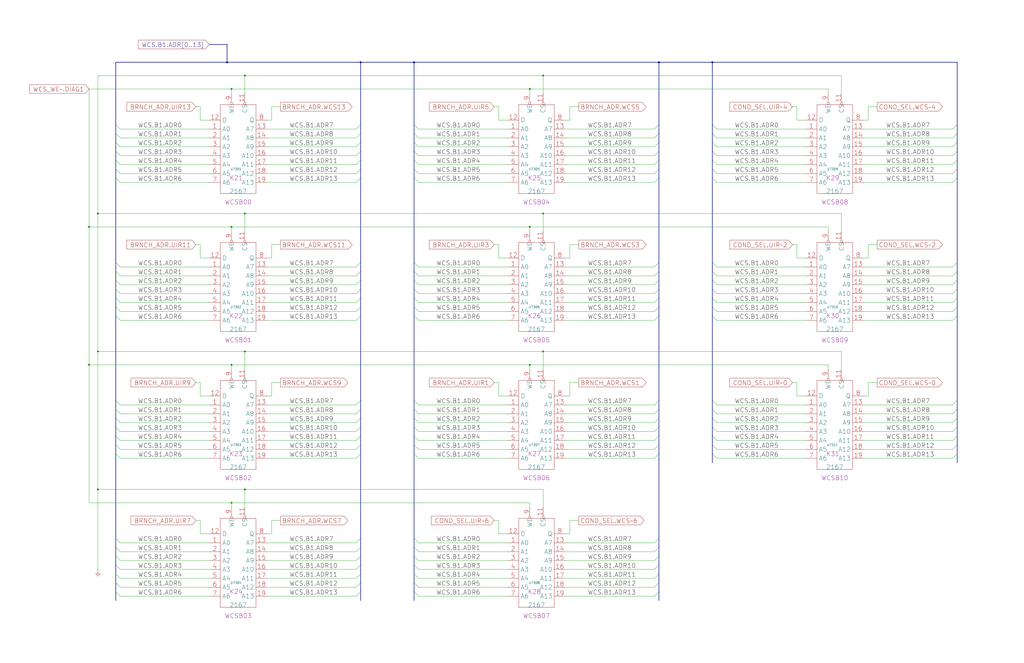
<source format=kicad_sch>
(kicad_sch (version 20250114) (generator "eeschema") (generator_version "9.0")
  (paper "User" 584.2 378.46)
  (title_block (title "WRITABLE CONTROL STORE") (date "22-MAY-90") (rev "1.0") (comment 1 "SEQUENCER") (comment 2 "232-003064") (comment 3 "S400") (comment 4 "RELEASED"))
  (junction (at 302.26 50.8))
  (junction (at 139.7 121.92))
  (junction (at 55.88 279.4))
  (junction (at 139.7 279.4))
  (junction (at 55.88 200.66))
  (junction (at 132.08 208.28))
  (junction (at 236.22 35.56))
  (junction (at 132.08 50.8))
  (junction (at 132.08 129.54))
  (junction (at 50.8 129.54))
  (junction (at 55.88 121.92))
  (junction (at 406.4 35.56))
  (junction (at 375.92 35.56))
  (junction (at 309.88 121.92))
  (junction (at 309.88 43.18))
  (junction (at 205.74 35.56))
  (junction (at 132.08 287.02))
  (junction (at 129.54 35.56))
  (junction (at 302.26 129.54))
  (junction (at 139.7 43.18))
  (junction (at 302.26 208.28))
  (junction (at 139.7 200.66))
  (junction (at 50.8 208.28))
  (junction (at 309.88 200.66))
  (bus_entry (at 406.4 170.18) (size 2.54 2.54))
  (bus_entry (at 236.22 170.18) (size 2.54 2.54))
  (bus_entry (at 236.22 233.68) (size 2.54 2.54))
  (bus_entry (at 406.4 91.44) (size 2.54 2.54))
  (bus_entry (at 406.4 233.68) (size 2.54 2.54))
  (bus_entry (at 66.04 248.92) (size 2.54 2.54))
  (bus_entry (at 66.04 165.1) (size 2.54 2.54))
  (bus_entry (at 406.4 86.36) (size 2.54 2.54))
  (bus_entry (at 546.1 154.94) (size -2.54 2.54))
  (bus_entry (at 236.22 149.86) (size 2.54 2.54))
  (bus_entry (at 205.74 233.68) (size -2.54 2.54))
  (bus_entry (at 205.74 228.6) (size -2.54 2.54))
  (bus_entry (at 406.4 101.6) (size 2.54 2.54))
  (bus_entry (at 546.1 101.6) (size -2.54 2.54))
  (bus_entry (at 205.74 312.42) (size -2.54 2.54))
  (bus_entry (at 375.92 254) (size -2.54 2.54))
  (bus_entry (at 66.04 254) (size 2.54 2.54))
  (bus_entry (at 236.22 180.34) (size 2.54 2.54))
  (bus_entry (at 205.74 238.76) (size -2.54 2.54))
  (bus_entry (at 236.22 254) (size 2.54 2.54))
  (bus_entry (at 236.22 332.74) (size 2.54 2.54))
  (bus_entry (at 406.4 160.02) (size 2.54 2.54))
  (bus_entry (at 66.04 101.6) (size 2.54 2.54))
  (bus_entry (at 546.1 149.86) (size -2.54 2.54))
  (bus_entry (at 406.4 180.34) (size 2.54 2.54))
  (bus_entry (at 375.92 228.6) (size -2.54 2.54))
  (bus_entry (at 66.04 238.76) (size 2.54 2.54))
  (bus_entry (at 66.04 259.08) (size 2.54 2.54))
  (bus_entry (at 546.1 170.18) (size -2.54 2.54))
  (bus_entry (at 66.04 332.74) (size 2.54 2.54))
  (bus_entry (at 375.92 154.94) (size -2.54 2.54))
  (bus_entry (at 236.22 312.42) (size 2.54 2.54))
  (bus_entry (at 546.1 86.36) (size -2.54 2.54))
  (bus_entry (at 546.1 175.26) (size -2.54 2.54))
  (bus_entry (at 375.92 248.92) (size -2.54 2.54))
  (bus_entry (at 66.04 337.82) (size 2.54 2.54))
  (bus_entry (at 375.92 175.26) (size -2.54 2.54))
  (bus_entry (at 375.92 180.34) (size -2.54 2.54))
  (bus_entry (at 375.92 233.68) (size -2.54 2.54))
  (bus_entry (at 546.1 259.08) (size -2.54 2.54))
  (bus_entry (at 205.74 327.66) (size -2.54 2.54))
  (bus_entry (at 236.22 322.58) (size 2.54 2.54))
  (bus_entry (at 546.1 238.76) (size -2.54 2.54))
  (bus_entry (at 205.74 317.5) (size -2.54 2.54))
  (bus_entry (at 406.4 175.26) (size 2.54 2.54))
  (bus_entry (at 205.74 81.28) (size -2.54 2.54))
  (bus_entry (at 406.4 228.6) (size 2.54 2.54))
  (bus_entry (at 66.04 317.5) (size 2.54 2.54))
  (bus_entry (at 66.04 322.58) (size 2.54 2.54))
  (bus_entry (at 546.1 71.12) (size -2.54 2.54))
  (bus_entry (at 205.74 154.94) (size -2.54 2.54))
  (bus_entry (at 236.22 160.02) (size 2.54 2.54))
  (bus_entry (at 236.22 76.2) (size 2.54 2.54))
  (bus_entry (at 406.4 248.92) (size 2.54 2.54))
  (bus_entry (at 375.92 337.82) (size -2.54 2.54))
  (bus_entry (at 66.04 307.34) (size 2.54 2.54))
  (bus_entry (at 375.92 96.52) (size -2.54 2.54))
  (bus_entry (at 205.74 307.34) (size -2.54 2.54))
  (bus_entry (at 66.04 180.34) (size 2.54 2.54))
  (bus_entry (at 375.92 71.12) (size -2.54 2.54))
  (bus_entry (at 375.92 332.74) (size -2.54 2.54))
  (bus_entry (at 236.22 327.66) (size 2.54 2.54))
  (bus_entry (at 205.74 180.34) (size -2.54 2.54))
  (bus_entry (at 375.92 165.1) (size -2.54 2.54))
  (bus_entry (at 236.22 307.34) (size 2.54 2.54))
  (bus_entry (at 66.04 86.36) (size 2.54 2.54))
  (bus_entry (at 205.74 96.52) (size -2.54 2.54))
  (bus_entry (at 236.22 317.5) (size 2.54 2.54))
  (bus_entry (at 205.74 76.2) (size -2.54 2.54))
  (bus_entry (at 546.1 96.52) (size -2.54 2.54))
  (bus_entry (at 375.92 160.02) (size -2.54 2.54))
  (bus_entry (at 66.04 243.84) (size 2.54 2.54))
  (bus_entry (at 236.22 81.28) (size 2.54 2.54))
  (bus_entry (at 546.1 233.68) (size -2.54 2.54))
  (bus_entry (at 406.4 259.08) (size 2.54 2.54))
  (bus_entry (at 375.92 238.76) (size -2.54 2.54))
  (bus_entry (at 236.22 228.6) (size 2.54 2.54))
  (bus_entry (at 66.04 91.44) (size 2.54 2.54))
  (bus_entry (at 66.04 170.18) (size 2.54 2.54))
  (bus_entry (at 406.4 76.2) (size 2.54 2.54))
  (bus_entry (at 236.22 165.1) (size 2.54 2.54))
  (bus_entry (at 205.74 254) (size -2.54 2.54))
  (bus_entry (at 66.04 149.86) (size 2.54 2.54))
  (bus_entry (at 406.4 149.86) (size 2.54 2.54))
  (bus_entry (at 205.74 322.58) (size -2.54 2.54))
  (bus_entry (at 236.22 175.26) (size 2.54 2.54))
  (bus_entry (at 236.22 91.44) (size 2.54 2.54))
  (bus_entry (at 546.1 228.6) (size -2.54 2.54))
  (bus_entry (at 66.04 312.42) (size 2.54 2.54))
  (bus_entry (at 375.92 149.86) (size -2.54 2.54))
  (bus_entry (at 375.92 81.28) (size -2.54 2.54))
  (bus_entry (at 205.74 101.6) (size -2.54 2.54))
  (bus_entry (at 236.22 259.08) (size 2.54 2.54))
  (bus_entry (at 406.4 165.1) (size 2.54 2.54))
  (bus_entry (at 375.92 91.44) (size -2.54 2.54))
  (bus_entry (at 375.92 76.2) (size -2.54 2.54))
  (bus_entry (at 205.74 243.84) (size -2.54 2.54))
  (bus_entry (at 205.74 165.1) (size -2.54 2.54))
  (bus_entry (at 236.22 248.92) (size 2.54 2.54))
  (bus_entry (at 546.1 248.92) (size -2.54 2.54))
  (bus_entry (at 236.22 101.6) (size 2.54 2.54))
  (bus_entry (at 66.04 71.12) (size 2.54 2.54))
  (bus_entry (at 66.04 76.2) (size 2.54 2.54))
  (bus_entry (at 406.4 243.84) (size 2.54 2.54))
  (bus_entry (at 375.92 317.5) (size -2.54 2.54))
  (bus_entry (at 546.1 254) (size -2.54 2.54))
  (bus_entry (at 406.4 238.76) (size 2.54 2.54))
  (bus_entry (at 406.4 254) (size 2.54 2.54))
  (bus_entry (at 375.92 243.84) (size -2.54 2.54))
  (bus_entry (at 205.74 149.86) (size -2.54 2.54))
  (bus_entry (at 205.74 86.36) (size -2.54 2.54))
  (bus_entry (at 66.04 175.26) (size 2.54 2.54))
  (bus_entry (at 375.92 327.66) (size -2.54 2.54))
  (bus_entry (at 406.4 96.52) (size 2.54 2.54))
  (bus_entry (at 66.04 96.52) (size 2.54 2.54))
  (bus_entry (at 205.74 248.92) (size -2.54 2.54))
  (bus_entry (at 205.74 259.08) (size -2.54 2.54))
  (bus_entry (at 236.22 71.12) (size 2.54 2.54))
  (bus_entry (at 546.1 76.2) (size -2.54 2.54))
  (bus_entry (at 406.4 154.94) (size 2.54 2.54))
  (bus_entry (at 66.04 327.66) (size 2.54 2.54))
  (bus_entry (at 205.74 332.74) (size -2.54 2.54))
  (bus_entry (at 236.22 96.52) (size 2.54 2.54))
  (bus_entry (at 546.1 91.44) (size -2.54 2.54))
  (bus_entry (at 375.92 86.36) (size -2.54 2.54))
  (bus_entry (at 236.22 243.84) (size 2.54 2.54))
  (bus_entry (at 236.22 337.82) (size 2.54 2.54))
  (bus_entry (at 546.1 243.84) (size -2.54 2.54))
  (bus_entry (at 66.04 81.28) (size 2.54 2.54))
  (bus_entry (at 205.74 337.82) (size -2.54 2.54))
  (bus_entry (at 375.92 322.58) (size -2.54 2.54))
  (bus_entry (at 375.92 170.18) (size -2.54 2.54))
  (bus_entry (at 66.04 154.94) (size 2.54 2.54))
  (bus_entry (at 66.04 160.02) (size 2.54 2.54))
  (bus_entry (at 205.74 71.12) (size -2.54 2.54))
  (bus_entry (at 66.04 233.68) (size 2.54 2.54))
  (bus_entry (at 236.22 238.76) (size 2.54 2.54))
  (bus_entry (at 375.92 101.6) (size -2.54 2.54))
  (bus_entry (at 205.74 91.44) (size -2.54 2.54))
  (bus_entry (at 546.1 160.02) (size -2.54 2.54))
  (bus_entry (at 236.22 154.94) (size 2.54 2.54))
  (bus_entry (at 205.74 160.02) (size -2.54 2.54))
  (bus_entry (at 205.74 170.18) (size -2.54 2.54))
  (bus_entry (at 375.92 307.34) (size -2.54 2.54))
  (bus_entry (at 236.22 86.36) (size 2.54 2.54))
  (bus_entry (at 546.1 165.1) (size -2.54 2.54))
  (bus_entry (at 406.4 71.12) (size 2.54 2.54))
  (bus_entry (at 375.92 259.08) (size -2.54 2.54))
  (bus_entry (at 406.4 81.28) (size 2.54 2.54))
  (bus_entry (at 66.04 228.6) (size 2.54 2.54))
  (bus_entry (at 546.1 81.28) (size -2.54 2.54))
  (bus_entry (at 546.1 180.34) (size -2.54 2.54))
  (bus_entry (at 205.74 175.26) (size -2.54 2.54))
  (bus_entry (at 375.92 312.42) (size -2.54 2.54))
  (wire (pts (xy 408.94 152.4) (xy 459.74 152.4)))
  (bus (pts (xy 205.74 337.82) (xy 205.74 342.9)))
  (wire (pts (xy 152.4 78.74) (xy 203.2 78.74)))
  (bus (pts (xy 205.74 248.92) (xy 205.74 254)))
  (bus (pts (xy 546.1 248.92) (xy 546.1 254)))
  (wire (pts (xy 302.26 50.8) (xy 302.26 53.34)))
  (wire (pts (xy 480.06 121.92) (xy 480.06 132.08)))
  (wire (pts (xy 152.4 73.66) (xy 203.2 73.66)))
  (bus (pts (xy 406.4 81.28) (xy 406.4 86.36)))
  (wire (pts (xy 325.12 139.7) (xy 325.12 147.32)))
  (wire (pts (xy 322.58 251.46) (xy 373.38 251.46)))
  (wire (pts (xy 152.4 241.3) (xy 203.2 241.3)))
  (bus (pts (xy 66.04 259.08) (xy 66.04 307.34)))
  (wire (pts (xy 132.08 50.8) (xy 50.8 50.8)))
  (wire (pts (xy 68.58 88.9) (xy 119.38 88.9)))
  (wire (pts (xy 152.4 152.4) (xy 203.2 152.4)))
  (bus (pts (xy 205.74 170.18) (xy 205.74 175.26)))
  (wire (pts (xy 492.76 162.56) (xy 543.56 162.56)))
  (bus (pts (xy 119.38 25.4) (xy 129.54 25.4)))
  (wire (pts (xy 325.12 60.96) (xy 325.12 68.58)))
  (wire (pts (xy 152.4 261.62) (xy 203.2 261.62)))
  (wire (pts (xy 322.58 241.3) (xy 373.38 241.3)))
  (bus (pts (xy 406.4 180.34) (xy 406.4 228.6)))
  (wire (pts (xy 238.76 251.46) (xy 289.56 251.46)))
  (wire (pts (xy 238.76 93.98) (xy 289.56 93.98)))
  (wire (pts (xy 50.8 50.8) (xy 50.8 129.54)))
  (wire (pts (xy 152.4 236.22) (xy 203.2 236.22)))
  (bus (pts (xy 66.04 327.66) (xy 66.04 332.74)))
  (wire (pts (xy 408.94 246.38) (xy 459.74 246.38)))
  (wire (pts (xy 68.58 78.74) (xy 119.38 78.74)))
  (bus (pts (xy 406.4 243.84) (xy 406.4 248.92)))
  (wire (pts (xy 322.58 177.8) (xy 373.38 177.8)))
  (wire (pts (xy 132.08 50.8) (xy 302.26 50.8)))
  (wire (pts (xy 408.94 241.3) (xy 459.74 241.3)))
  (wire (pts (xy 492.76 157.48) (xy 543.56 157.48)))
  (bus (pts (xy 375.92 160.02) (xy 375.92 165.1)))
  (bus (pts (xy 406.4 76.2) (xy 406.4 81.28)))
  (bus (pts (xy 375.92 254) (xy 375.92 259.08)))
  (bus (pts (xy 236.22 180.34) (xy 236.22 228.6)))
  (wire (pts (xy 68.58 157.48) (xy 119.38 157.48)))
  (wire (pts (xy 492.76 261.62) (xy 543.56 261.62)))
  (wire (pts (xy 152.4 330.2) (xy 203.2 330.2)))
  (wire (pts (xy 55.88 200.66) (xy 55.88 121.92)))
  (wire (pts (xy 325.12 218.44) (xy 325.12 226.06)))
  (wire (pts (xy 492.76 78.74) (xy 543.56 78.74)))
  (wire (pts (xy 152.4 68.58) (xy 154.94 68.58)))
  (wire (pts (xy 68.58 330.2) (xy 119.38 330.2)))
  (bus (pts (xy 546.1 165.1) (xy 546.1 170.18)))
  (bus (pts (xy 375.92 248.92) (xy 375.92 254)))
  (wire (pts (xy 68.58 104.14) (xy 119.38 104.14)))
  (wire (pts (xy 238.76 314.96) (xy 289.56 314.96)))
  (wire (pts (xy 238.76 231.14) (xy 289.56 231.14)))
  (wire (pts (xy 322.58 340.36) (xy 373.38 340.36)))
  (wire (pts (xy 284.48 304.8) (xy 289.56 304.8)))
  (wire (pts (xy 454.66 60.96) (xy 454.66 68.58)))
  (bus (pts (xy 375.92 170.18) (xy 375.92 175.26)))
  (wire (pts (xy 152.4 304.8) (xy 154.94 304.8)))
  (bus (pts (xy 129.54 25.4) (xy 129.54 35.56)))
  (wire (pts (xy 322.58 330.2) (xy 373.38 330.2)))
  (wire (pts (xy 309.88 121.92) (xy 309.88 132.08)))
  (wire (pts (xy 322.58 99.06) (xy 373.38 99.06)))
  (bus (pts (xy 406.4 233.68) (xy 406.4 238.76)))
  (wire (pts (xy 500.38 139.7) (xy 495.3 139.7)))
  (bus (pts (xy 236.22 101.6) (xy 236.22 149.86)))
  (bus (pts (xy 205.74 327.66) (xy 205.74 332.74)))
  (wire (pts (xy 408.94 256.54) (xy 459.74 256.54)))
  (wire (pts (xy 55.88 43.18) (xy 139.7 43.18)))
  (wire (pts (xy 114.3 60.96) (xy 114.3 68.58)))
  (bus (pts (xy 406.4 149.86) (xy 406.4 154.94)))
  (bus (pts (xy 236.22 35.56) (xy 236.22 71.12)))
  (wire (pts (xy 152.4 88.9) (xy 203.2 88.9)))
  (bus (pts (xy 375.92 259.08) (xy 375.92 307.34)))
  (wire (pts (xy 154.94 139.7) (xy 154.94 147.32)))
  (wire (pts (xy 480.06 43.18) (xy 480.06 53.34)))
  (wire (pts (xy 160.02 297.18) (xy 154.94 297.18)))
  (bus (pts (xy 236.22 243.84) (xy 236.22 248.92)))
  (bus (pts (xy 66.04 160.02) (xy 66.04 165.1)))
  (bus (pts (xy 66.04 322.58) (xy 66.04 327.66)))
  (bus (pts (xy 66.04 35.56) (xy 129.54 35.56)))
  (bus (pts (xy 236.22 149.86) (xy 236.22 154.94)))
  (wire (pts (xy 238.76 261.62) (xy 289.56 261.62)))
  (wire (pts (xy 154.94 218.44) (xy 154.94 226.06)))
  (wire (pts (xy 152.4 226.06) (xy 154.94 226.06)))
  (wire (pts (xy 132.08 208.28) (xy 132.08 210.82)))
  (bus (pts (xy 406.4 86.36) (xy 406.4 91.44)))
  (bus (pts (xy 66.04 35.56) (xy 66.04 71.12)))
  (wire (pts (xy 68.58 93.98) (xy 119.38 93.98)))
  (bus (pts (xy 66.04 71.12) (xy 66.04 76.2)))
  (wire (pts (xy 68.58 73.66) (xy 119.38 73.66)))
  (wire (pts (xy 408.94 73.66) (xy 459.74 73.66)))
  (wire (pts (xy 322.58 73.66) (xy 373.38 73.66)))
  (wire (pts (xy 322.58 93.98) (xy 373.38 93.98)))
  (wire (pts (xy 152.4 177.8) (xy 203.2 177.8)))
  (bus (pts (xy 546.1 259.08) (xy 546.1 264.16)))
  (bus (pts (xy 236.22 165.1) (xy 236.22 170.18)))
  (bus (pts (xy 406.4 254) (xy 406.4 259.08)))
  (bus (pts (xy 546.1 228.6) (xy 546.1 233.68)))
  (bus (pts (xy 66.04 312.42) (xy 66.04 317.5)))
  (bus (pts (xy 546.1 91.44) (xy 546.1 96.52)))
  (wire (pts (xy 68.58 152.4) (xy 119.38 152.4)))
  (wire (pts (xy 68.58 251.46) (xy 119.38 251.46)))
  (wire (pts (xy 322.58 261.62) (xy 373.38 261.62)))
  (wire (pts (xy 152.4 256.54) (xy 203.2 256.54)))
  (wire (pts (xy 152.4 320.04) (xy 203.2 320.04)))
  (wire (pts (xy 492.76 172.72) (xy 543.56 172.72)))
  (wire (pts (xy 322.58 246.38) (xy 373.38 246.38)))
  (wire (pts (xy 55.88 279.4) (xy 139.7 279.4)))
  (wire (pts (xy 492.76 231.14) (xy 543.56 231.14)))
  (bus (pts (xy 66.04 307.34) (xy 66.04 312.42)))
  (wire (pts (xy 452.12 60.96) (xy 454.66 60.96)))
  (bus (pts (xy 205.74 35.56) (xy 236.22 35.56)))
  (bus (pts (xy 236.22 76.2) (xy 236.22 81.28)))
  (bus (pts (xy 205.74 332.74) (xy 205.74 337.82)))
  (wire (pts (xy 472.44 129.54) (xy 472.44 132.08)))
  (wire (pts (xy 492.76 152.4) (xy 543.56 152.4)))
  (bus (pts (xy 546.1 238.76) (xy 546.1 243.84)))
  (wire (pts (xy 408.94 99.06) (xy 459.74 99.06)))
  (wire (pts (xy 238.76 99.06) (xy 289.56 99.06)))
  (wire (pts (xy 330.2 139.7) (xy 325.12 139.7)))
  (wire (pts (xy 322.58 88.9) (xy 373.38 88.9)))
  (wire (pts (xy 454.66 68.58) (xy 459.74 68.58)))
  (wire (pts (xy 50.8 287.02) (xy 132.08 287.02)))
  (wire (pts (xy 322.58 325.12) (xy 373.38 325.12)))
  (wire (pts (xy 284.48 218.44) (xy 284.48 226.06)))
  (wire (pts (xy 50.8 129.54) (xy 132.08 129.54)))
  (wire (pts (xy 322.58 304.8) (xy 325.12 304.8)))
  (wire (pts (xy 55.88 121.92) (xy 139.7 121.92)))
  (wire (pts (xy 408.94 236.22) (xy 459.74 236.22)))
  (bus (pts (xy 236.22 96.52) (xy 236.22 101.6)))
  (bus (pts (xy 236.22 332.74) (xy 236.22 337.82)))
  (wire (pts (xy 238.76 104.14) (xy 289.56 104.14)))
  (wire (pts (xy 238.76 320.04) (xy 289.56 320.04)))
  (wire (pts (xy 322.58 78.74) (xy 373.38 78.74)))
  (bus (pts (xy 546.1 71.12) (xy 546.1 76.2)))
  (wire (pts (xy 68.58 309.88) (xy 119.38 309.88)))
  (wire (pts (xy 408.94 88.9) (xy 459.74 88.9)))
  (bus (pts (xy 236.22 91.44) (xy 236.22 96.52)))
  (wire (pts (xy 152.4 182.88) (xy 203.2 182.88)))
  (bus (pts (xy 546.1 254) (xy 546.1 259.08)))
  (wire (pts (xy 281.94 218.44) (xy 284.48 218.44)))
  (wire (pts (xy 322.58 104.14) (xy 373.38 104.14)))
  (wire (pts (xy 114.3 147.32) (xy 119.38 147.32)))
  (wire (pts (xy 454.66 218.44) (xy 454.66 226.06)))
  (wire (pts (xy 160.02 218.44) (xy 154.94 218.44)))
  (wire (pts (xy 284.48 147.32) (xy 289.56 147.32)))
  (wire (pts (xy 322.58 309.88) (xy 373.38 309.88)))
  (wire (pts (xy 284.48 226.06) (xy 289.56 226.06)))
  (wire (pts (xy 322.58 157.48) (xy 373.38 157.48)))
  (bus (pts (xy 546.1 180.34) (xy 546.1 228.6)))
  (bus (pts (xy 129.54 35.56) (xy 205.74 35.56)))
  (wire (pts (xy 238.76 325.12) (xy 289.56 325.12)))
  (wire (pts (xy 132.08 287.02) (xy 132.08 289.56)))
  (bus (pts (xy 205.74 71.12) (xy 205.74 76.2)))
  (wire (pts (xy 238.76 340.36) (xy 289.56 340.36)))
  (wire (pts (xy 492.76 104.14) (xy 543.56 104.14)))
  (bus (pts (xy 546.1 170.18) (xy 546.1 175.26)))
  (wire (pts (xy 322.58 162.56) (xy 373.38 162.56)))
  (wire (pts (xy 408.94 182.88) (xy 459.74 182.88)))
  (wire (pts (xy 322.58 167.64) (xy 373.38 167.64)))
  (wire (pts (xy 238.76 152.4) (xy 289.56 152.4)))
  (wire (pts (xy 152.4 162.56) (xy 203.2 162.56)))
  (wire (pts (xy 152.4 314.96) (xy 203.2 314.96)))
  (bus (pts (xy 406.4 238.76) (xy 406.4 243.84)))
  (bus (pts (xy 66.04 165.1) (xy 66.04 170.18)))
  (wire (pts (xy 408.94 231.14) (xy 459.74 231.14)))
  (wire (pts (xy 132.08 287.02) (xy 302.26 287.02)))
  (wire (pts (xy 309.88 200.66) (xy 480.06 200.66)))
  (bus (pts (xy 375.92 154.94) (xy 375.92 160.02)))
  (bus (pts (xy 406.4 96.52) (xy 406.4 101.6)))
  (wire (pts (xy 68.58 320.04) (xy 119.38 320.04)))
  (wire (pts (xy 284.48 60.96) (xy 284.48 68.58)))
  (wire (pts (xy 50.8 208.28) (xy 132.08 208.28)))
  (bus (pts (xy 546.1 96.52) (xy 546.1 101.6)))
  (bus (pts (xy 236.22 322.58) (xy 236.22 327.66)))
  (wire (pts (xy 238.76 236.22) (xy 289.56 236.22)))
  (bus (pts (xy 406.4 175.26) (xy 406.4 180.34)))
  (wire (pts (xy 139.7 43.18) (xy 309.88 43.18)))
  (bus (pts (xy 406.4 259.08) (xy 406.4 264.16)))
  (wire (pts (xy 152.4 251.46) (xy 203.2 251.46)))
  (wire (pts (xy 152.4 325.12) (xy 203.2 325.12)))
  (bus (pts (xy 375.92 81.28) (xy 375.92 86.36)))
  (bus (pts (xy 66.04 243.84) (xy 66.04 248.92)))
  (bus (pts (xy 205.74 149.86) (xy 205.74 154.94)))
  (bus (pts (xy 66.04 154.94) (xy 66.04 160.02)))
  (bus (pts (xy 236.22 254) (xy 236.22 259.08)))
  (wire (pts (xy 68.58 167.64) (xy 119.38 167.64)))
  (bus (pts (xy 205.74 259.08) (xy 205.74 307.34)))
  (bus (pts (xy 205.74 154.94) (xy 205.74 160.02)))
  (wire (pts (xy 408.94 261.62) (xy 459.74 261.62)))
  (wire (pts (xy 114.3 139.7) (xy 114.3 147.32)))
  (bus (pts (xy 406.4 35.56) (xy 546.1 35.56)))
  (wire (pts (xy 452.12 139.7) (xy 454.66 139.7)))
  (wire (pts (xy 284.48 297.18) (xy 284.48 304.8)))
  (bus (pts (xy 66.04 248.92) (xy 66.04 254)))
  (wire (pts (xy 68.58 231.14) (xy 119.38 231.14)))
  (bus (pts (xy 205.74 175.26) (xy 205.74 180.34)))
  (wire (pts (xy 152.4 172.72) (xy 203.2 172.72)))
  (bus (pts (xy 406.4 160.02) (xy 406.4 165.1)))
  (bus (pts (xy 66.04 96.52) (xy 66.04 101.6)))
  (wire (pts (xy 238.76 177.8) (xy 289.56 177.8)))
  (wire (pts (xy 408.94 251.46) (xy 459.74 251.46)))
  (bus (pts (xy 236.22 307.34) (xy 236.22 312.42)))
  (bus (pts (xy 406.4 35.56) (xy 406.4 71.12)))
  (bus (pts (xy 546.1 175.26) (xy 546.1 180.34)))
  (bus (pts (xy 375.92 180.34) (xy 375.92 228.6)))
  (wire (pts (xy 408.94 157.48) (xy 459.74 157.48)))
  (wire (pts (xy 322.58 256.54) (xy 373.38 256.54)))
  (bus (pts (xy 205.74 101.6) (xy 205.74 149.86)))
  (bus (pts (xy 236.22 233.68) (xy 236.22 238.76)))
  (wire (pts (xy 492.76 99.06) (xy 543.56 99.06)))
  (wire (pts (xy 238.76 157.48) (xy 289.56 157.48)))
  (bus (pts (xy 66.04 317.5) (xy 66.04 322.58)))
  (wire (pts (xy 68.58 99.06) (xy 119.38 99.06)))
  (bus (pts (xy 205.74 81.28) (xy 205.74 86.36)))
  (wire (pts (xy 68.58 182.88) (xy 119.38 182.88)))
  (bus (pts (xy 205.74 35.56) (xy 205.74 71.12)))
  (wire (pts (xy 309.88 43.18) (xy 480.06 43.18)))
  (wire (pts (xy 152.4 93.98) (xy 203.2 93.98)))
  (wire (pts (xy 309.88 200.66) (xy 309.88 210.82)))
  (bus (pts (xy 236.22 259.08) (xy 236.22 307.34)))
  (wire (pts (xy 492.76 251.46) (xy 543.56 251.46)))
  (wire (pts (xy 492.76 73.66) (xy 543.56 73.66)))
  (wire (pts (xy 322.58 147.32) (xy 325.12 147.32)))
  (wire (pts (xy 281.94 60.96) (xy 284.48 60.96)))
  (bus (pts (xy 406.4 228.6) (xy 406.4 233.68)))
  (bus (pts (xy 236.22 154.94) (xy 236.22 160.02)))
  (bus (pts (xy 375.92 101.6) (xy 375.92 149.86)))
  (wire (pts (xy 322.58 152.4) (xy 373.38 152.4)))
  (wire (pts (xy 238.76 309.88) (xy 289.56 309.88)))
  (bus (pts (xy 375.92 96.52) (xy 375.92 101.6)))
  (wire (pts (xy 500.38 218.44) (xy 495.3 218.44)))
  (bus (pts (xy 546.1 76.2) (xy 546.1 81.28)))
  (wire (pts (xy 309.88 43.18) (xy 309.88 53.34)))
  (bus (pts (xy 375.92 165.1) (xy 375.92 170.18)))
  (wire (pts (xy 68.58 172.72) (xy 119.38 172.72)))
  (wire (pts (xy 111.76 297.18) (xy 114.3 297.18)))
  (wire (pts (xy 68.58 162.56) (xy 119.38 162.56)))
  (wire (pts (xy 114.3 226.06) (xy 119.38 226.06)))
  (bus (pts (xy 546.1 160.02) (xy 546.1 165.1)))
  (bus (pts (xy 375.92 71.12) (xy 375.92 76.2)))
  (wire (pts (xy 139.7 279.4) (xy 139.7 289.56)))
  (bus (pts (xy 236.22 317.5) (xy 236.22 322.58)))
  (bus (pts (xy 66.04 91.44) (xy 66.04 96.52)))
  (bus (pts (xy 66.04 149.86) (xy 66.04 154.94)))
  (wire (pts (xy 302.26 208.28) (xy 472.44 208.28)))
  (wire (pts (xy 495.3 218.44) (xy 495.3 226.06)))
  (bus (pts (xy 205.74 165.1) (xy 205.74 170.18)))
  (wire (pts (xy 452.12 218.44) (xy 454.66 218.44)))
  (wire (pts (xy 50.8 129.54) (xy 50.8 208.28)))
  (wire (pts (xy 139.7 279.4) (xy 309.88 279.4)))
  (bus (pts (xy 205.74 228.6) (xy 205.74 233.68)))
  (bus (pts (xy 375.92 91.44) (xy 375.92 96.52)))
  (bus (pts (xy 205.74 160.02) (xy 205.74 165.1)))
  (bus (pts (xy 66.04 101.6) (xy 66.04 149.86)))
  (wire (pts (xy 55.88 121.92) (xy 55.88 43.18)))
  (bus (pts (xy 66.04 175.26) (xy 66.04 180.34)))
  (bus (pts (xy 375.92 312.42) (xy 375.92 317.5)))
  (wire (pts (xy 111.76 218.44) (xy 114.3 218.44)))
  (bus (pts (xy 236.22 71.12) (xy 236.22 76.2)))
  (bus (pts (xy 375.92 233.68) (xy 375.92 238.76)))
  (wire (pts (xy 68.58 340.36) (xy 119.38 340.36)))
  (bus (pts (xy 205.74 317.5) (xy 205.74 322.58)))
  (wire (pts (xy 238.76 172.72) (xy 289.56 172.72)))
  (bus (pts (xy 375.92 238.76) (xy 375.92 243.84)))
  (wire (pts (xy 238.76 78.74) (xy 289.56 78.74)))
  (bus (pts (xy 236.22 86.36) (xy 236.22 91.44)))
  (wire (pts (xy 152.4 104.14) (xy 203.2 104.14)))
  (wire (pts (xy 408.94 104.14) (xy 459.74 104.14)))
  (wire (pts (xy 492.76 93.98) (xy 543.56 93.98)))
  (wire (pts (xy 114.3 304.8) (xy 119.38 304.8)))
  (bus (pts (xy 546.1 101.6) (xy 546.1 149.86)))
  (wire (pts (xy 472.44 50.8) (xy 472.44 53.34)))
  (wire (pts (xy 492.76 256.54) (xy 543.56 256.54)))
  (wire (pts (xy 281.94 139.7) (xy 284.48 139.7)))
  (bus (pts (xy 375.92 332.74) (xy 375.92 337.82)))
  (wire (pts (xy 480.06 200.66) (xy 480.06 210.82)))
  (bus (pts (xy 205.74 238.76) (xy 205.74 243.84)))
  (wire (pts (xy 238.76 246.38) (xy 289.56 246.38)))
  (wire (pts (xy 284.48 68.58) (xy 289.56 68.58)))
  (wire (pts (xy 111.76 139.7) (xy 114.3 139.7)))
  (wire (pts (xy 302.26 50.8) (xy 472.44 50.8)))
  (wire (pts (xy 160.02 60.96) (xy 154.94 60.96)))
  (bus (pts (xy 205.74 76.2) (xy 205.74 81.28)))
  (wire (pts (xy 408.94 83.82) (xy 459.74 83.82)))
  (wire (pts (xy 495.3 60.96) (xy 495.3 68.58)))
  (wire (pts (xy 152.4 335.28) (xy 203.2 335.28)))
  (wire (pts (xy 152.4 246.38) (xy 203.2 246.38)))
  (wire (pts (xy 309.88 121.92) (xy 480.06 121.92)))
  (bus (pts (xy 205.74 243.84) (xy 205.74 248.92)))
  (bus (pts (xy 546.1 243.84) (xy 546.1 248.92)))
  (bus (pts (xy 236.22 327.66) (xy 236.22 332.74)))
  (wire (pts (xy 322.58 236.22) (xy 373.38 236.22)))
  (wire (pts (xy 322.58 182.88) (xy 373.38 182.88)))
  (wire (pts (xy 408.94 93.98) (xy 459.74 93.98)))
  (bus (pts (xy 236.22 175.26) (xy 236.22 180.34)))
  (wire (pts (xy 454.66 226.06) (xy 459.74 226.06)))
  (wire (pts (xy 55.88 325.12) (xy 55.88 279.4)))
  (wire (pts (xy 238.76 335.28) (xy 289.56 335.28)))
  (wire (pts (xy 55.88 279.4) (xy 55.88 200.66)))
  (bus (pts (xy 205.74 180.34) (xy 205.74 228.6)))
  (wire (pts (xy 454.66 147.32) (xy 459.74 147.32)))
  (wire (pts (xy 238.76 241.3) (xy 289.56 241.3)))
  (wire (pts (xy 492.76 226.06) (xy 495.3 226.06)))
  (wire (pts (xy 152.4 340.36) (xy 203.2 340.36)))
  (wire (pts (xy 302.26 287.02) (xy 302.26 289.56)))
  (bus (pts (xy 236.22 312.42) (xy 236.22 317.5)))
  (wire (pts (xy 492.76 246.38) (xy 543.56 246.38)))
  (bus (pts (xy 406.4 170.18) (xy 406.4 175.26)))
  (bus (pts (xy 66.04 337.82) (xy 66.04 342.9)))
  (wire (pts (xy 492.76 177.8) (xy 543.56 177.8)))
  (bus (pts (xy 205.74 96.52) (xy 205.74 101.6)))
  (wire (pts (xy 238.76 256.54) (xy 289.56 256.54)))
  (bus (pts (xy 66.04 86.36) (xy 66.04 91.44)))
  (wire (pts (xy 322.58 314.96) (xy 373.38 314.96)))
  (bus (pts (xy 375.92 35.56) (xy 406.4 35.56)))
  (bus (pts (xy 205.74 233.68) (xy 205.74 238.76)))
  (bus (pts (xy 66.04 76.2) (xy 66.04 81.28)))
  (wire (pts (xy 330.2 60.96) (xy 325.12 60.96)))
  (wire (pts (xy 152.4 231.14) (xy 203.2 231.14)))
  (bus (pts (xy 236.22 337.82) (xy 236.22 342.9)))
  (wire (pts (xy 68.58 314.96) (xy 119.38 314.96)))
  (wire (pts (xy 152.4 167.64) (xy 203.2 167.64)))
  (wire (pts (xy 302.26 129.54) (xy 302.26 132.08)))
  (bus (pts (xy 406.4 71.12) (xy 406.4 76.2)))
  (bus (pts (xy 205.74 322.58) (xy 205.74 327.66)))
  (wire (pts (xy 492.76 147.32) (xy 495.3 147.32)))
  (wire (pts (xy 322.58 231.14) (xy 373.38 231.14)))
  (bus (pts (xy 66.04 228.6) (xy 66.04 233.68)))
  (bus (pts (xy 205.74 312.42) (xy 205.74 317.5)))
  (wire (pts (xy 492.76 182.88) (xy 543.56 182.88)))
  (wire (pts (xy 330.2 218.44) (xy 325.12 218.44)))
  (bus (pts (xy 375.92 327.66) (xy 375.92 332.74)))
  (bus (pts (xy 236.22 238.76) (xy 236.22 243.84)))
  (wire (pts (xy 154.94 60.96) (xy 154.94 68.58)))
  (bus (pts (xy 236.22 160.02) (xy 236.22 165.1)))
  (wire (pts (xy 139.7 121.92) (xy 139.7 132.08)))
  (bus (pts (xy 546.1 233.68) (xy 546.1 238.76)))
  (wire (pts (xy 68.58 177.8) (xy 119.38 177.8)))
  (wire (pts (xy 132.08 129.54) (xy 132.08 132.08)))
  (wire (pts (xy 408.94 162.56) (xy 459.74 162.56)))
  (wire (pts (xy 238.76 162.56) (xy 289.56 162.56)))
  (wire (pts (xy 472.44 208.28) (xy 472.44 210.82)))
  (bus (pts (xy 375.92 175.26) (xy 375.92 180.34)))
  (wire (pts (xy 322.58 335.28) (xy 373.38 335.28)))
  (bus (pts (xy 406.4 165.1) (xy 406.4 170.18)))
  (wire (pts (xy 68.58 246.38) (xy 119.38 246.38)))
  (wire (pts (xy 322.58 83.82) (xy 373.38 83.82)))
  (wire (pts (xy 68.58 335.28) (xy 119.38 335.28)))
  (bus (pts (xy 236.22 228.6) (xy 236.22 233.68)))
  (wire (pts (xy 68.58 241.3) (xy 119.38 241.3)))
  (bus (pts (xy 66.04 81.28) (xy 66.04 86.36)))
  (wire (pts (xy 132.08 50.8) (xy 132.08 53.34)))
  (bus (pts (xy 236.22 81.28) (xy 236.22 86.36)))
  (bus (pts (xy 236.22 170.18) (xy 236.22 175.26)))
  (wire (pts (xy 55.88 200.66) (xy 139.7 200.66)))
  (wire (pts (xy 408.94 177.8) (xy 459.74 177.8)))
  (wire (pts (xy 408.94 167.64) (xy 459.74 167.64)))
  (wire (pts (xy 139.7 121.92) (xy 309.88 121.92)))
  (bus (pts (xy 66.04 254) (xy 66.04 259.08)))
  (wire (pts (xy 330.2 297.18) (xy 325.12 297.18)))
  (bus (pts (xy 66.04 170.18) (xy 66.04 175.26)))
  (wire (pts (xy 238.76 88.9) (xy 289.56 88.9)))
  (bus (pts (xy 375.92 76.2) (xy 375.92 81.28)))
  (wire (pts (xy 160.02 139.7) (xy 154.94 139.7)))
  (wire (pts (xy 238.76 182.88) (xy 289.56 182.88)))
  (wire (pts (xy 114.3 68.58) (xy 119.38 68.58)))
  (wire (pts (xy 302.26 129.54) (xy 472.44 129.54)))
  (wire (pts (xy 152.4 83.82) (xy 203.2 83.82)))
  (bus (pts (xy 406.4 248.92) (xy 406.4 254)))
  (bus (pts (xy 375.92 322.58) (xy 375.92 327.66)))
  (wire (pts (xy 492.76 83.82) (xy 543.56 83.82)))
  (wire (pts (xy 325.12 297.18) (xy 325.12 304.8)))
  (wire (pts (xy 139.7 200.66) (xy 139.7 210.82)))
  (wire (pts (xy 492.76 68.58) (xy 495.3 68.58)))
  (bus (pts (xy 375.92 228.6) (xy 375.92 233.68)))
  (wire (pts (xy 139.7 200.66) (xy 309.88 200.66)))
  (bus (pts (xy 236.22 248.92) (xy 236.22 254)))
  (bus (pts (xy 546.1 154.94) (xy 546.1 160.02)))
  (wire (pts (xy 68.58 83.82) (xy 119.38 83.82)))
  (wire (pts (xy 454.66 139.7) (xy 454.66 147.32)))
  (bus (pts (xy 546.1 86.36) (xy 546.1 91.44)))
  (bus (pts (xy 236.22 35.56) (xy 375.92 35.56)))
  (wire (pts (xy 408.94 78.74) (xy 459.74 78.74)))
  (wire (pts (xy 152.4 309.88) (xy 203.2 309.88)))
  (bus (pts (xy 375.92 86.36) (xy 375.92 91.44)))
  (wire (pts (xy 284.48 139.7) (xy 284.48 147.32)))
  (wire (pts (xy 154.94 297.18) (xy 154.94 304.8)))
  (bus (pts (xy 375.92 307.34) (xy 375.92 312.42)))
  (wire (pts (xy 152.4 157.48) (xy 203.2 157.48)))
  (wire (pts (xy 322.58 68.58) (xy 325.12 68.58)))
  (bus (pts (xy 546.1 149.86) (xy 546.1 154.94)))
  (wire (pts (xy 50.8 208.28) (xy 50.8 287.02)))
  (wire (pts (xy 152.4 99.06) (xy 203.2 99.06)))
  (wire (pts (xy 322.58 172.72) (xy 373.38 172.72)))
  (bus (pts (xy 546.1 35.56) (xy 546.1 71.12)))
  (bus (pts (xy 66.04 238.76) (xy 66.04 243.84)))
  (bus (pts (xy 375.92 243.84) (xy 375.92 248.92)))
  (bus (pts (xy 375.92 337.82) (xy 375.92 342.9)))
  (bus (pts (xy 205.74 91.44) (xy 205.74 96.52)))
  (bus (pts (xy 66.04 332.74) (xy 66.04 337.82)))
  (bus (pts (xy 205.74 307.34) (xy 205.74 312.42)))
  (wire (pts (xy 322.58 320.04) (xy 373.38 320.04)))
  (bus (pts (xy 66.04 180.34) (xy 66.04 228.6)))
  (wire (pts (xy 302.26 208.28) (xy 302.26 210.82)))
  (wire (pts (xy 238.76 167.64) (xy 289.56 167.64)))
  (bus (pts (xy 205.74 254) (xy 205.74 259.08)))
  (wire (pts (xy 238.76 330.2) (xy 289.56 330.2)))
  (wire (pts (xy 68.58 236.22) (xy 119.38 236.22)))
  (wire (pts (xy 114.3 297.18) (xy 114.3 304.8)))
  (wire (pts (xy 500.38 60.96) (xy 495.3 60.96)))
  (wire (pts (xy 309.88 279.4) (xy 309.88 289.56)))
  (wire (pts (xy 492.76 236.22) (xy 543.56 236.22)))
  (wire (pts (xy 495.3 139.7) (xy 495.3 147.32)))
  (wire (pts (xy 322.58 226.06) (xy 325.12 226.06)))
  (wire (pts (xy 114.3 218.44) (xy 114.3 226.06)))
  (wire (pts (xy 408.94 172.72) (xy 459.74 172.72)))
  (bus (pts (xy 546.1 81.28) (xy 546.1 86.36)))
  (wire (pts (xy 139.7 43.18) (xy 139.7 53.34)))
  (wire (pts (xy 238.76 83.82) (xy 289.56 83.82)))
  (wire (pts (xy 152.4 147.32) (xy 154.94 147.32)))
  (wire (pts (xy 111.76 60.96) (xy 114.3 60.96)))
  (bus (pts (xy 406.4 91.44) (xy 406.4 96.52)))
  (bus (pts (xy 375.92 149.86) (xy 375.92 154.94)))
  (wire (pts (xy 132.08 208.28) (xy 302.26 208.28)))
  (bus (pts (xy 66.04 233.68) (xy 66.04 238.76)))
  (wire (pts (xy 68.58 261.62) (xy 119.38 261.62)))
  (wire (pts (xy 68.58 325.12) (xy 119.38 325.12)))
  (wire (pts (xy 281.94 297.18) (xy 284.48 297.18)))
  (bus (pts (xy 205.74 86.36) (xy 205.74 91.44)))
  (bus (pts (xy 406.4 101.6) (xy 406.4 149.86)))
  (wire (pts (xy 68.58 256.54) (xy 119.38 256.54)))
  (bus (pts (xy 375.92 317.5) (xy 375.92 322.58)))
  (wire (pts (xy 238.76 73.66) (xy 289.56 73.66)))
  (wire (pts (xy 132.08 129.54) (xy 302.26 129.54)))
  (bus (pts (xy 406.4 154.94) (xy 406.4 160.02)))
  (wire (pts (xy 492.76 241.3) (xy 543.56 241.3)))
  (bus (pts (xy 375.92 35.56) (xy 375.92 71.12)))
  (wire (pts (xy 492.76 88.9) (xy 543.56 88.9)))
  (wire (pts (xy 492.76 167.64) (xy 543.56 167.64)))
  (label "WCS.B1.ADR5" (at 248.92 99.06 0) (effects (font (size 2.54 2.54))))
  (label "WCS.B1.ADR6" (at 419.1 261.62 0) (effects (font (size 2.54 2.54))))
  (label "WCS.B1.ADR10" (at 505.46 88.9 0) (effects (font (size 2.54 2.54))))
  (label "WCS.B1.ADR5" (at 78.74 335.28 0) (effects (font (size 2.54 2.54))))
  (label "WCS.B1.ADR7" (at 335.28 152.4 0) (effects (font (size 2.54 2.54))))
  (label "WCS.B1.ADR11" (at 165.1 330.2 0) (effects (font (size 2.54 2.54))))
  (label "WCS.B1.ADR7" (at 165.1 152.4 0) (effects (font (size 2.54 2.54))))
  (label "WCS.B1.ADR9" (at 505.46 162.56 0) (effects (font (size 2.54 2.54))))
  (label "WCS.B1.ADR8" (at 165.1 157.48 0) (effects (font (size 2.54 2.54))))
  (label "WCS.B1.ADR3" (at 78.74 88.9 0) (effects (font (size 2.54 2.54))))
  (label "WCS.B1.ADR0" (at 248.92 73.66 0) (effects (font (size 2.54 2.54))))
  (label "WCS.B1.ADR13" (at 335.28 104.14 0) (effects (font (size 2.54 2.54))))
  (label "WCS.B1.ADR8" (at 505.46 236.22 0) (effects (font (size 2.54 2.54))))
  (label "WCS.B1.ADR3" (at 78.74 246.38 0) (effects (font (size 2.54 2.54))))
  (label "WCS.B1.ADR4" (at 248.92 251.46 0) (effects (font (size 2.54 2.54))))
  (label "WCS.B1.ADR7" (at 165.1 309.88 0) (effects (font (size 2.54 2.54))))
  (label "WCS.B1.ADR10" (at 165.1 246.38 0) (effects (font (size 2.54 2.54))))
  (label "WCS.B1.ADR8" (at 505.46 78.74 0) (effects (font (size 2.54 2.54))))
  (label "WCS.B1.ADR11" (at 505.46 93.98 0) (effects (font (size 2.54 2.54))))
  (label "WCS.B1.ADR11" (at 165.1 93.98 0) (effects (font (size 2.54 2.54))))
  (label "WCS.B1.ADR11" (at 165.1 172.72 0) (effects (font (size 2.54 2.54))))
  (label "WCS.B1.ADR4" (at 419.1 93.98 0) (effects (font (size 2.54 2.54))))
  (label "WCS.B1.ADR13" (at 165.1 340.36 0) (effects (font (size 2.54 2.54))))
  (label "WCS.B1.ADR1" (at 248.92 157.48 0) (effects (font (size 2.54 2.54))))
  (label "WCS.B1.ADR3" (at 419.1 167.64 0) (effects (font (size 2.54 2.54))))
  (label "WCS.B1.ADR7" (at 335.28 73.66 0) (effects (font (size 2.54 2.54))))
  (label "WCS.B1.ADR0" (at 248.92 231.14 0) (effects (font (size 2.54 2.54))))
  (label "WCS.B1.ADR1" (at 419.1 236.22 0) (effects (font (size 2.54 2.54))))
  (label "WCS.B1.ADR2" (at 248.92 320.04 0) (effects (font (size 2.54 2.54))))
  (label "WCS.B1.ADR13" (at 505.46 182.88 0) (effects (font (size 2.54 2.54))))
  (label "WCS.B1.ADR9" (at 165.1 241.3 0) (effects (font (size 2.54 2.54))))
  (label "WCS.B1.ADR11" (at 335.28 330.2 0) (effects (font (size 2.54 2.54))))
  (label "WCS.B1.ADR7" (at 165.1 73.66 0) (effects (font (size 2.54 2.54))))
  (label "WCS.B1.ADR2" (at 248.92 241.3 0) (effects (font (size 2.54 2.54))))
  (label "WCS.B1.ADR11" (at 165.1 251.46 0) (effects (font (size 2.54 2.54))))
  (label "WCS.B1.ADR8" (at 335.28 236.22 0) (effects (font (size 2.54 2.54))))
  (label "WCS.B1.ADR12" (at 335.28 335.28 0) (effects (font (size 2.54 2.54))))
  (label "WCS.B1.ADR1" (at 419.1 78.74 0) (effects (font (size 2.54 2.54))))
  (label "WCS.B1.ADR9" (at 165.1 320.04 0) (effects (font (size 2.54 2.54))))
  (label "WCS.B1.ADR5" (at 248.92 335.28 0) (effects (font (size 2.54 2.54))))
  (label "WCS.B1.ADR10" (at 165.1 88.9 0) (effects (font (size 2.54 2.54))))
  (label "WCS.B1.ADR13" (at 335.28 261.62 0) (effects (font (size 2.54 2.54))))
  (label "WCS.B1.ADR8" (at 165.1 78.74 0) (effects (font (size 2.54 2.54))))
  (label "WCS.B1.ADR3" (at 248.92 167.64 0) (effects (font (size 2.54 2.54))))
  (label "WCS.B1.ADR4" (at 419.1 251.46 0) (effects (font (size 2.54 2.54))))
  (label "WCS.B1.ADR11" (at 335.28 251.46 0) (effects (font (size 2.54 2.54))))
  (label "WCS.B1.ADR2" (at 248.92 162.56 0) (effects (font (size 2.54 2.54))))
  (label "WCS.B1.ADR6" (at 248.92 182.88 0) (effects (font (size 2.54 2.54))))
  (label "WCS.B1.ADR8" (at 335.28 314.96 0) (effects (font (size 2.54 2.54))))
  (label "WCS.B1.ADR8" (at 335.28 78.74 0) (effects (font (size 2.54 2.54))))
  (label "WCS.B1.ADR1" (at 419.1 157.48 0) (effects (font (size 2.54 2.54))))
  (label "WCS.B1.ADR0" (at 78.74 152.4 0) (effects (font (size 2.54 2.54))))
  (label "WCS.B1.ADR3" (at 78.74 325.12 0) (effects (font (size 2.54 2.54))))
  (label "WCS.B1.ADR8" (at 505.46 157.48 0) (effects (font (size 2.54 2.54))))
  (label "WCS.B1.ADR10" (at 505.46 167.64 0) (effects (font (size 2.54 2.54))))
  (label "WCS.B1.ADR13" (at 335.28 182.88 0) (effects (font (size 2.54 2.54))))
  (label "WCS.B1.ADR6" (at 78.74 261.62 0) (effects (font (size 2.54 2.54))))
  (label "WCS.B1.ADR8" (at 165.1 236.22 0) (effects (font (size 2.54 2.54))))
  (label "WCS.B1.ADR3" (at 248.92 88.9 0) (effects (font (size 2.54 2.54))))
  (label "WCS.B1.ADR4" (at 78.74 172.72 0) (effects (font (size 2.54 2.54))))
  (label "WCS.B1.ADR0" (at 419.1 152.4 0) (effects (font (size 2.54 2.54))))
  (label "WCS.B1.ADR2" (at 419.1 241.3 0) (effects (font (size 2.54 2.54))))
  (label "WCS.B1.ADR3" (at 78.74 167.64 0) (effects (font (size 2.54 2.54))))
  (label "WCS.B1.ADR10" (at 335.28 88.9 0) (effects (font (size 2.54 2.54))))
  (label "WCS.B1.ADR13" (at 165.1 182.88 0) (effects (font (size 2.54 2.54))))
  (label "WCS.B1.ADR5" (at 419.1 177.8 0) (effects (font (size 2.54 2.54))))
  (label "WCS.B1.ADR9" (at 335.28 320.04 0) (effects (font (size 2.54 2.54))))
  (label "WCS.B1.ADR1" (at 78.74 236.22 0) (effects (font (size 2.54 2.54))))
  (label "WCS.B1.ADR6" (at 248.92 340.36 0) (effects (font (size 2.54 2.54))))
  (label "WCS.B1.ADR8" (at 335.28 157.48 0) (effects (font (size 2.54 2.54))))
  (label "WCS.B1.ADR0" (at 248.92 309.88 0) (effects (font (size 2.54 2.54))))
  (label "WCS.B1.ADR2" (at 78.74 162.56 0) (effects (font (size 2.54 2.54))))
  (label "WCS.B1.ADR4" (at 78.74 251.46 0) (effects (font (size 2.54 2.54))))
  (label "WCS.B1.ADR12" (at 165.1 335.28 0) (effects (font (size 2.54 2.54))))
  (label "WCS.B1.ADR11" (at 335.28 172.72 0) (effects (font (size 2.54 2.54))))
  (label "WCS.B1.ADR12" (at 505.46 177.8 0) (effects (font (size 2.54 2.54))))
  (label "WCS.B1.ADR3" (at 419.1 246.38 0) (effects (font (size 2.54 2.54))))
  (label "WCS.B1.ADR1" (at 248.92 236.22 0) (effects (font (size 2.54 2.54))))
  (label "WCS.B1.ADR3" (at 248.92 325.12 0) (effects (font (size 2.54 2.54))))
  (label "WCS.B1.ADR9" (at 505.46 83.82 0) (effects (font (size 2.54 2.54))))
  (label "WCS.B1.ADR9" (at 335.28 83.82 0) (effects (font (size 2.54 2.54))))
  (label "WCS.B1.ADR5" (at 248.92 177.8 0) (effects (font (size 2.54 2.54))))
  (label "WCS.B1.ADR2" (at 248.92 83.82 0) (effects (font (size 2.54 2.54))))
  (label "WCS.B1.ADR7" (at 505.46 73.66 0) (effects (font (size 2.54 2.54))))
  (label "WCS.B1.ADR12" (at 505.46 256.54 0) (effects (font (size 2.54 2.54))))
  (label "WCS.B1.ADR11" (at 505.46 251.46 0) (effects (font (size 2.54 2.54))))
  (label "WCS.B1.ADR2" (at 78.74 241.3 0) (effects (font (size 2.54 2.54))))
  (label "WCS.B1.ADR12" (at 165.1 177.8 0) (effects (font (size 2.54 2.54))))
  (label "WCS.B1.ADR13" (at 505.46 261.62 0) (effects (font (size 2.54 2.54))))
  (label "WCS.B1.ADR7" (at 505.46 231.14 0) (effects (font (size 2.54 2.54))))
  (label "WCS.B1.ADR0" (at 419.1 231.14 0) (effects (font (size 2.54 2.54))))
  (label "WCS.B1.ADR7" (at 335.28 231.14 0) (effects (font (size 2.54 2.54))))
  (label "WCS.B1.ADR6" (at 419.1 104.14 0) (effects (font (size 2.54 2.54))))
  (label "WCS.B1.ADR10" (at 165.1 167.64 0) (effects (font (size 2.54 2.54))))
  (label "WCS.B1.ADR13" (at 505.46 104.14 0) (effects (font (size 2.54 2.54))))
  (label "WCS.B1.ADR6" (at 78.74 104.14 0) (effects (font (size 2.54 2.54))))
  (label "WCS.B1.ADR9" (at 165.1 83.82 0) (effects (font (size 2.54 2.54))))
  (label "WCS.B1.ADR4" (at 248.92 172.72 0) (effects (font (size 2.54 2.54))))
  (label "WCS.B1.ADR6" (at 419.1 182.88 0) (effects (font (size 2.54 2.54))))
  (label "WCS.B1.ADR11" (at 335.28 93.98 0) (effects (font (size 2.54 2.54))))
  (label "WCS.B1.ADR4" (at 248.92 93.98 0) (effects (font (size 2.54 2.54))))
  (label "WCS.B1.ADR4" (at 78.74 330.2 0) (effects (font (size 2.54 2.54))))
  (label "WCS.B1.ADR10" (at 165.1 325.12 0) (effects (font (size 2.54 2.54))))
  (label "WCS.B1.ADR3" (at 419.1 88.9 0) (effects (font (size 2.54 2.54))))
  (label "WCS.B1.ADR0" (at 419.1 73.66 0) (effects (font (size 2.54 2.54))))
  (label "WCS.B1.ADR7" (at 165.1 231.14 0) (effects (font (size 2.54 2.54))))
  (label "WCS.B1.ADR9" (at 335.28 241.3 0) (effects (font (size 2.54 2.54))))
  (label "WCS.B1.ADR10" (at 335.28 246.38 0) (effects (font (size 2.54 2.54))))
  (label "WCS.B1.ADR3" (at 248.92 246.38 0) (effects (font (size 2.54 2.54))))
  (label "WCS.B1.ADR2" (at 78.74 83.82 0) (effects (font (size 2.54 2.54))))
  (label "WCS.B1.ADR1" (at 248.92 314.96 0) (effects (font (size 2.54 2.54))))
  (label "WCS.B1.ADR4" (at 78.74 93.98 0) (effects (font (size 2.54 2.54))))
  (label "WCS.B1.ADR4" (at 248.92 330.2 0) (effects (font (size 2.54 2.54))))
  (label "WCS.B1.ADR10" (at 335.28 167.64 0) (effects (font (size 2.54 2.54))))
  (label "WCS.B1.ADR9" (at 335.28 162.56 0) (effects (font (size 2.54 2.54))))
  (label "WCS.B1.ADR13" (at 165.1 104.14 0) (effects (font (size 2.54 2.54))))
  (label "WCS.B1.ADR2" (at 419.1 162.56 0) (effects (font (size 2.54 2.54))))
  (label "WCS.B1.ADR13" (at 335.28 340.36 0) (effects (font (size 2.54 2.54))))
  (label "WCS.B1.ADR7" (at 335.28 309.88 0) (effects (font (size 2.54 2.54))))
  (label "WCS.B1.ADR12" (at 165.1 99.06 0) (effects (font (size 2.54 2.54))))
  (label "WCS.B1.ADR9" (at 165.1 162.56 0) (effects (font (size 2.54 2.54))))
  (label "WCS.B1.ADR1" (at 78.74 78.74 0) (effects (font (size 2.54 2.54))))
  (label "WCS.B1.ADR12" (at 505.46 99.06 0) (effects (font (size 2.54 2.54))))
  (label "WCS.B1.ADR5" (at 78.74 256.54 0) (effects (font (size 2.54 2.54))))
  (label "WCS.B1.ADR6" (at 248.92 104.14 0) (effects (font (size 2.54 2.54))))
  (label "WCS.B1.ADR9" (at 505.46 241.3 0) (effects (font (size 2.54 2.54))))
  (label "WCS.B1.ADR0" (at 78.74 231.14 0) (effects (font (size 2.54 2.54))))
  (label "WCS.B1.ADR0" (at 248.92 152.4 0) (effects (font (size 2.54 2.54))))
  (label "WCS.B1.ADR5" (at 419.1 99.06 0) (effects (font (size 2.54 2.54))))
  (label "WCS.B1.ADR10" (at 505.46 246.38 0) (effects (font (size 2.54 2.54))))
  (label "WCS.B1.ADR4" (at 419.1 172.72 0) (effects (font (size 2.54 2.54))))
  (label "WCS.B1.ADR11" (at 505.46 172.72 0) (effects (font (size 2.54 2.54))))
  (label "WCS.B1.ADR5" (at 78.74 177.8 0) (effects (font (size 2.54 2.54))))
  (label "WCS.B1.ADR2" (at 78.74 320.04 0) (effects (font (size 2.54 2.54))))
  (label "WCS.B1.ADR1" (at 78.74 314.96 0) (effects (font (size 2.54 2.54))))
  (label "WCS.B1.ADR12" (at 335.28 99.06 0) (effects (font (size 2.54 2.54))))
  (label "WCS.B1.ADR5" (at 78.74 99.06 0) (effects (font (size 2.54 2.54))))
  (label "WCS.B1.ADR8" (at 165.1 314.96 0) (effects (font (size 2.54 2.54))))
  (label "WCS.B1.ADR6" (at 78.74 340.36 0) (effects (font (size 2.54 2.54))))
  (label "WCS.B1.ADR12" (at 335.28 256.54 0) (effects (font (size 2.54 2.54))))
  (label "WCS.B1.ADR1" (at 248.92 78.74 0) (effects (font (size 2.54 2.54))))
  (label "WCS.B1.ADR10" (at 335.28 325.12 0) (effects (font (size 2.54 2.54))))
  (label "WCS.B1.ADR13" (at 165.1 261.62 0) (effects (font (size 2.54 2.54))))
  (label "WCS.B1.ADR7" (at 505.46 152.4 0) (effects (font (size 2.54 2.54))))
  (label "WCS.B1.ADR2" (at 419.1 83.82 0) (effects (font (size 2.54 2.54))))
  (label "WCS.B1.ADR12" (at 165.1 256.54 0) (effects (font (size 2.54 2.54))))
  (label "WCS.B1.ADR0" (at 78.74 309.88 0) (effects (font (size 2.54 2.54))))
  (label "WCS.B1.ADR5" (at 419.1 256.54 0) (effects (font (size 2.54 2.54))))
  (label "WCS.B1.ADR12" (at 335.28 177.8 0) (effects (font (size 2.54 2.54))))
  (label "WCS.B1.ADR5" (at 248.92 256.54 0) (effects (font (size 2.54 2.54))))
  (label "WCS.B1.ADR6" (at 248.92 261.62 0) (effects (font (size 2.54 2.54))))
  (label "WCS.B1.ADR0" (at 78.74 73.66 0) (effects (font (size 2.54 2.54))))
  (label "WCS.B1.ADR6" (at 78.74 182.88 0) (effects (font (size 2.54 2.54))))
  (label "WCS.B1.ADR1" (at 78.74 157.48 0) (effects (font (size 2.54 2.54))))
  (global_label "BRNCH_ADR.UIR1" (shape input) (at 281.94 218.44 180) (effects (font (size 2.54 2.54))) (property "Intersheetrefs" "${INTERSHEET_REFS}" (at 244.9407 218.2813 0) (effects (font (size 1.905 1.905)) (justify right))))
  (global_label "COND_SEL.WCS~6" (shape output) (at 330.2 297.18 0) (effects (font (size 2.54 2.54))) (property "Intersheetrefs" "${INTERSHEET_REFS}" (at 367.4412 297.0213 0) (effects (font (size 1.905 1.905)) (justify left))))
  (global_label "COND_SEL.WCS~0" (shape output) (at 500.38 218.44 0) (effects (font (size 2.54 2.54))) (property "Intersheetrefs" "${INTERSHEET_REFS}" (at 537.6212 218.2813 0) (effects (font (size 1.905 1.905)) (justify left))))
  (global_label "BRNCH_ADR.WCS1" (shape output) (at 330.2 218.44 0) (effects (font (size 2.54 2.54))) (property "Intersheetrefs" "${INTERSHEET_REFS}" (at 368.6508 218.2813 0) (effects (font (size 1.905 1.905)) (justify left))))
  (global_label "COND_SEL.WCS~2" (shape output) (at 500.38 139.7 0) (effects (font (size 2.54 2.54))) (property "Intersheetrefs" "${INTERSHEET_REFS}" (at 537.6212 139.5413 0) (effects (font (size 1.905 1.905)) (justify left))))
  (global_label "COND_SEL.WCS~4" (shape output) (at 500.38 60.96 0) (effects (font (size 2.54 2.54))) (property "Intersheetrefs" "${INTERSHEET_REFS}" (at 537.6212 60.8013 0) (effects (font (size 1.905 1.905)) (justify left))))
  (global_label "BRNCH_ADR.UIR3" (shape input) (at 281.94 139.7 180) (effects (font (size 2.54 2.54))) (property "Intersheetrefs" "${INTERSHEET_REFS}" (at 244.9407 139.5413 0) (effects (font (size 1.905 1.905)) (justify right))))
  (global_label "BRNCH_ADR.WCS7" (shape output) (at 160.02 297.18 0) (effects (font (size 2.54 2.54))) (property "Intersheetrefs" "${INTERSHEET_REFS}" (at 198.4708 297.0213 0) (effects (font (size 1.905 1.905)) (justify left))))
  (global_label "BRNCH_ADR.UIR13" (shape input) (at 111.76 60.96 180) (effects (font (size 2.54 2.54))) (property "Intersheetrefs" "${INTERSHEET_REFS}" (at 72.3416 60.8013 0) (effects (font (size 1.905 1.905)) (justify right))))
  (global_label "BRNCH_ADR.UIR9" (shape input) (at 111.76 218.44 180) (effects (font (size 2.54 2.54))) (property "Intersheetrefs" "${INTERSHEET_REFS}" (at 74.7607 218.2813 0) (effects (font (size 1.905 1.905)) (justify right))))
  (global_label "WCS.B1.ADR[0..13]" (shape input) (at 119.38 25.4 180) (effects (font (size 2.54 2.54))) (property "Intersheetrefs" "${INTERSHEET_REFS}" (at 78.994 25.2413 0) (effects (font (size 1.905 1.905)) (justify right))))
  (global_label "BRNCH_ADR.WCS11" (shape output) (at 160.02 139.7 0) (effects (font (size 2.54 2.54))) (property "Intersheetrefs" "${INTERSHEET_REFS}" (at 200.8898 139.5413 0) (effects (font (size 1.905 1.905)) (justify left))))
  (global_label "BRNCH_ADR.WCS13" (shape output) (at 160.02 60.96 0) (effects (font (size 2.54 2.54))) (property "Intersheetrefs" "${INTERSHEET_REFS}" (at 200.8898 60.8013 0) (effects (font (size 1.905 1.905)) (justify left))))
  (global_label "BRNCH_ADR.UIR11" (shape input) (at 111.76 139.7 180) (effects (font (size 2.54 2.54))) (property "Intersheetrefs" "${INTERSHEET_REFS}" (at 72.3416 139.5413 0) (effects (font (size 1.905 1.905)) (justify right))))
  (global_label "COND_SEL.UIR~4" (shape input) (at 452.12 60.96 180) (effects (font (size 2.54 2.54))) (property "Intersheetrefs" "${INTERSHEET_REFS}" (at 416.3302 60.8013 0) (effects (font (size 1.905 1.905)) (justify right))))
  (global_label "COND_SEL.UIR~6" (shape input) (at 281.94 297.18 180) (effects (font (size 2.54 2.54))) (property "Intersheetrefs" "${INTERSHEET_REFS}" (at 246.1502 297.0213 0) (effects (font (size 1.905 1.905)) (justify right))))
  (global_label "BRNCH_ADR.WCS9" (shape output) (at 160.02 218.44 0) (effects (font (size 2.54 2.54))) (property "Intersheetrefs" "${INTERSHEET_REFS}" (at 198.4708 218.2813 0) (effects (font (size 1.905 1.905)) (justify left))))
  (global_label "BRNCH_ADR.WCS5" (shape output) (at 330.2 60.96 0) (effects (font (size 2.54 2.54))) (property "Intersheetrefs" "${INTERSHEET_REFS}" (at 368.6508 60.8013 0) (effects (font (size 1.905 1.905)) (justify left))))
  (global_label "WCS_WE~.DIAG1" (shape input) (at 50.8 50.8 180) (effects (font (size 2.54 2.54))) (property "Intersheetrefs" "${INTERSHEET_REFS}" (at 17.0664 50.6413 0) (effects (font (size 1.905 1.905)) (justify right))))
  (global_label "COND_SEL.UIR~0" (shape input) (at 452.12 218.44 180) (effects (font (size 2.54 2.54))) (property "Intersheetrefs" "${INTERSHEET_REFS}" (at 416.3302 218.2813 0) (effects (font (size 1.905 1.905)) (justify right))))
  (global_label "BRNCH_ADR.WCS3" (shape output) (at 330.2 139.7 0) (effects (font (size 2.54 2.54))) (property "Intersheetrefs" "${INTERSHEET_REFS}" (at 368.6508 139.5413 0) (effects (font (size 1.905 1.905)) (justify left))))
  (global_label "BRNCH_ADR.UIR5" (shape input) (at 281.94 60.96 180) (effects (font (size 2.54 2.54))) (property "Intersheetrefs" "${INTERSHEET_REFS}" (at 244.9407 60.8013 0) (effects (font (size 1.905 1.905)) (justify right))))
  (global_label "BRNCH_ADR.UIR7" (shape input) (at 111.76 297.18 180) (effects (font (size 2.54 2.54))) (property "Intersheetrefs" "${INTERSHEET_REFS}" (at 74.7607 297.0213 0) (effects (font (size 1.905 1.905)) (justify right))))
  (global_label "COND_SEL.UIR~2" (shape input) (at 452.12 139.7 180) (effects (font (size 2.54 2.54))) (property "Intersheetrefs" "${INTERSHEET_REFS}" (at 416.3302 139.5413 0) (effects (font (size 1.905 1.905)) (justify right))))
  (symbol (lib_id "r1000:2167") (at 472.44 101.6 0) (unit 1)
    (property "Reference" "U7309" (at 474.98 96.52 0))
    (property "Value" "2167" (at 471.17 109.22 0) (effects (font (size 2.54 2.54)) (justify left)))
    (property "Location" "K29" (at 471.17 101.6 0) (effects (font (size 2.54 2.54)) (justify left)))
    (property "Name" "WCSB08" (at 476.25 116.84 0) (effects (font (size 2.54 2.54)) (justify bottom)))
  )
  (symbol (lib_id "r1000:2167") (at 132.08 337.82 0) (unit 1)
    (property "Reference" "U7304" (at 134.62 332.74 0))
    (property "Value" "2167" (at 130.81 345.44 0) (effects (font (size 2.54 2.54)) (justify left)))
    (property "Location" "K24" (at 130.81 337.82 0) (effects (font (size 2.54 2.54)) (justify left)))
    (property "Name" "WCSB03" (at 135.89 353.06 0) (effects (font (size 2.54 2.54)) (justify bottom)))
  )
  (symbol (lib_id "r1000:2167") (at 472.44 259.08 0) (unit 1)
    (property "Reference" "U7311" (at 474.98 254 0))
    (property "Value" "2167" (at 471.17 266.7 0) (effects (font (size 2.54 2.54)) (justify left)))
    (property "Location" "K31" (at 471.17 259.08 0) (effects (font (size 2.54 2.54)) (justify left)))
    (property "Name" "WCSB10" (at 476.25 274.32 0) (effects (font (size 2.54 2.54)) (justify bottom)))
  )
  (symbol (lib_id "r1000:2167") (at 132.08 101.6 0) (unit 1)
    (property "Reference" "U7301" (at 134.62 96.52 0))
    (property "Value" "2167" (at 130.81 109.22 0) (effects (font (size 2.54 2.54)) (justify left)))
    (property "Location" "K21" (at 130.81 101.6 0) (effects (font (size 2.54 2.54)) (justify left)))
    (property "Name" "WCSB00" (at 135.89 116.84 0) (effects (font (size 2.54 2.54)) (justify bottom)))
  )
  (symbol (lib_id "r1000:2167") (at 132.08 180.34 0) (unit 1)
    (property "Reference" "U7302" (at 134.62 175.26 0))
    (property "Value" "2167" (at 130.81 187.96 0) (effects (font (size 2.54 2.54)) (justify left)))
    (property "Location" "K22" (at 130.81 180.34 0) (effects (font (size 2.54 2.54)) (justify left)))
    (property "Name" "WCSB01" (at 135.89 195.58 0) (effects (font (size 2.54 2.54)) (justify bottom)))
  )
  (symbol (lib_id "r1000:2167") (at 472.44 180.34 0) (unit 1)
    (property "Reference" "U7310" (at 474.98 175.26 0))
    (property "Value" "2167" (at 471.17 187.96 0) (effects (font (size 2.54 2.54)) (justify left)))
    (property "Location" "K30" (at 471.17 180.34 0) (effects (font (size 2.54 2.54)) (justify left)))
    (property "Name" "WCSB09" (at 476.25 195.58 0) (effects (font (size 2.54 2.54)) (justify bottom)))
  )
  (symbol (lib_id "r1000:2167") (at 302.26 101.6 0) (unit 1)
    (property "Reference" "U7305" (at 304.8 96.52 0))
    (property "Value" "2167" (at 300.99 109.22 0) (effects (font (size 2.54 2.54)) (justify left)))
    (property "Location" "K25" (at 300.99 101.6 0) (effects (font (size 2.54 2.54)) (justify left)))
    (property "Name" "WCSB04" (at 306.07 116.84 0) (effects (font (size 2.54 2.54)) (justify bottom)))
  )
  (symbol (lib_id "r1000:PD") (at 55.88 325.12 0) (unit 1) (in_bom no)
    (property "Reference" "#PWR07301" (effects (hide yes)))
    (property "Value" "PD" (effects (hide yes)))
  )
  (symbol (lib_id "r1000:2167") (at 132.08 259.08 0) (unit 1)
    (property "Reference" "U7303" (at 134.62 254 0))
    (property "Value" "2167" (at 130.81 266.7 0) (effects (font (size 2.54 2.54)) (justify left)))
    (property "Location" "K23" (at 130.81 259.08 0) (effects (font (size 2.54 2.54)) (justify left)))
    (property "Name" "WCSB02" (at 135.89 274.32 0) (effects (font (size 2.54 2.54)) (justify bottom)))
  )
  (symbol (lib_id "r1000:2167") (at 302.26 259.08 0) (unit 1)
    (property "Reference" "U7307" (at 304.8 254 0))
    (property "Value" "2167" (at 300.99 266.7 0) (effects (font (size 2.54 2.54)) (justify left)))
    (property "Location" "K27" (at 300.99 259.08 0) (effects (font (size 2.54 2.54)) (justify left)))
    (property "Name" "WCSB06" (at 306.07 274.32 0) (effects (font (size 2.54 2.54)) (justify bottom)))
  )
  (symbol (lib_id "r1000:2167") (at 302.26 337.82 0) (unit 1)
    (property "Reference" "U7308" (at 304.8 332.74 0))
    (property "Value" "2167" (at 300.99 345.44 0) (effects (font (size 2.54 2.54)) (justify left)))
    (property "Location" "K28" (at 300.99 337.82 0) (effects (font (size 2.54 2.54)) (justify left)))
    (property "Name" "WCSB07" (at 306.07 353.06 0) (effects (font (size 2.54 2.54)) (justify bottom)))
  )
  (symbol (lib_id "r1000:2167") (at 302.26 180.34 0) (unit 1)
    (property "Reference" "U7306" (at 304.8 175.26 0))
    (property "Value" "2167" (at 300.99 187.96 0) (effects (font (size 2.54 2.54)) (justify left)))
    (property "Location" "K26" (at 300.99 180.34 0) (effects (font (size 2.54 2.54)) (justify left)))
    (property "Name" "WCSB05" (at 306.07 195.58 0) (effects (font (size 2.54 2.54)) (justify bottom)))
  )
)
</source>
